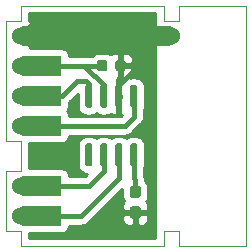
<source format=gbr>
%TF.GenerationSoftware,KiCad,Pcbnew,(5.1.9)-1*%
%TF.CreationDate,2021-05-27T15:02:39+02:00*%
%TF.ProjectId,15_XCAN,31355f58-4341-44e2-9e6b-696361645f70,rev?*%
%TF.SameCoordinates,Original*%
%TF.FileFunction,Copper,L1,Top*%
%TF.FilePolarity,Positive*%
%FSLAX46Y46*%
G04 Gerber Fmt 4.6, Leading zero omitted, Abs format (unit mm)*
G04 Created by KiCad (PCBNEW (5.1.9)-1) date 2021-05-27 15:02:39*
%MOMM*%
%LPD*%
G01*
G04 APERTURE LIST*
%TA.AperFunction,Profile*%
%ADD10C,0.050000*%
%TD*%
%TA.AperFunction,ComponentPad*%
%ADD11C,1.524000*%
%TD*%
%TA.AperFunction,ComponentPad*%
%ADD12C,0.100000*%
%TD*%
%TA.AperFunction,ViaPad*%
%ADD13C,1.000000*%
%TD*%
%TA.AperFunction,Conductor*%
%ADD14C,0.400000*%
%TD*%
%TA.AperFunction,Conductor*%
%ADD15C,0.254000*%
%TD*%
%TA.AperFunction,Conductor*%
%ADD16C,0.100000*%
%TD*%
G04 APERTURE END LIST*
D10*
X114935000Y-60960000D02*
X120650000Y-60960000D01*
X114935000Y-62230000D02*
X114935000Y-60960000D01*
X113665000Y-62230000D02*
X114935000Y-62230000D01*
X113665000Y-60960000D02*
X113665000Y-62230000D01*
X114935000Y-81280000D02*
X120650000Y-81280000D01*
X114935000Y-80010000D02*
X114935000Y-81280000D01*
X113665000Y-80010000D02*
X114935000Y-80010000D01*
X113665000Y-81280000D02*
X113665000Y-80010000D01*
X101600000Y-62230000D02*
X101600000Y-60960000D01*
X100330000Y-62230000D02*
X101600000Y-62230000D01*
X100330000Y-64770000D02*
X100330000Y-62230000D01*
X100330000Y-72390000D02*
X100330000Y-67310000D01*
X101600000Y-72390000D02*
X100330000Y-72390000D01*
X101600000Y-74930000D02*
X101600000Y-72390000D01*
X100330000Y-74930000D02*
X101600000Y-74930000D01*
X120650000Y-60960000D02*
X120650000Y-81280000D01*
X101600000Y-60960000D02*
X113665000Y-60960000D01*
X101600000Y-80010000D02*
X101600000Y-81280000D01*
X100330000Y-80010000D02*
X101600000Y-80010000D01*
X100330000Y-64770000D02*
X100330000Y-67310000D01*
X113665000Y-81280000D02*
X101600000Y-81280000D01*
X100330000Y-80010000D02*
X100330000Y-74930000D01*
D11*
%TO.P,J4,1*%
%TO.N,CAN_RX*%
X101600000Y-68580000D03*
%TA.AperFunction,ComponentPad*%
D12*
G36*
X101928132Y-69429917D02*
G01*
X101845251Y-69424703D01*
X101763275Y-69411425D01*
X101682986Y-69390212D01*
X101605149Y-69361265D01*
X101530509Y-69324861D01*
X101459778Y-69281346D01*
X101393631Y-69231138D01*
X101332698Y-69174714D01*
X101277563Y-69112613D01*
X101228750Y-69045429D01*
X101186727Y-68973802D01*
X101151894Y-68898416D01*
X101124583Y-68819990D01*
X101105056Y-68739274D01*
X101093498Y-68657038D01*
X101090021Y-68574066D01*
X101094656Y-68491151D01*
X101107361Y-68409084D01*
X101128013Y-68328648D01*
X101156416Y-68250612D01*
X101192299Y-68175719D01*
X101235318Y-68104686D01*
X101285064Y-68038190D01*
X101341061Y-67976865D01*
X101402775Y-67921297D01*
X101469617Y-67872017D01*
X101540949Y-67829495D01*
X101616090Y-67794136D01*
X101694323Y-67766278D01*
X101774901Y-67746188D01*
X101857055Y-67734057D01*
X101940000Y-67730000D01*
X104990000Y-67730000D01*
X104990000Y-69430000D01*
X101940000Y-69430000D01*
X101928132Y-69429917D01*
G37*
%TD.AperFunction*%
%TD*%
D11*
%TO.P,J1,1*%
%TO.N,GND*%
X101600000Y-63500000D03*
%TA.AperFunction,ComponentPad*%
D12*
G36*
X101928132Y-64349917D02*
G01*
X101845251Y-64344703D01*
X101763275Y-64331425D01*
X101682986Y-64310212D01*
X101605149Y-64281265D01*
X101530509Y-64244861D01*
X101459778Y-64201346D01*
X101393631Y-64151138D01*
X101332698Y-64094714D01*
X101277563Y-64032613D01*
X101228750Y-63965429D01*
X101186727Y-63893802D01*
X101151894Y-63818416D01*
X101124583Y-63739990D01*
X101105056Y-63659274D01*
X101093498Y-63577038D01*
X101090021Y-63494066D01*
X101094656Y-63411151D01*
X101107361Y-63329084D01*
X101128013Y-63248648D01*
X101156416Y-63170612D01*
X101192299Y-63095719D01*
X101235318Y-63024686D01*
X101285064Y-62958190D01*
X101341061Y-62896865D01*
X101402775Y-62841297D01*
X101469617Y-62792017D01*
X101540949Y-62749495D01*
X101616090Y-62714136D01*
X101694323Y-62686278D01*
X101774901Y-62666188D01*
X101857055Y-62654057D01*
X101940000Y-62650000D01*
X104990000Y-62650000D01*
X104990000Y-64350000D01*
X101940000Y-64350000D01*
X101928132Y-64349917D01*
G37*
%TD.AperFunction*%
%TD*%
D11*
%TO.P,J2,1*%
%TO.N,5V*%
X101600000Y-66040000D03*
%TA.AperFunction,ComponentPad*%
D12*
G36*
X101928132Y-66889917D02*
G01*
X101845251Y-66884703D01*
X101763275Y-66871425D01*
X101682986Y-66850212D01*
X101605149Y-66821265D01*
X101530509Y-66784861D01*
X101459778Y-66741346D01*
X101393631Y-66691138D01*
X101332698Y-66634714D01*
X101277563Y-66572613D01*
X101228750Y-66505429D01*
X101186727Y-66433802D01*
X101151894Y-66358416D01*
X101124583Y-66279990D01*
X101105056Y-66199274D01*
X101093498Y-66117038D01*
X101090021Y-66034066D01*
X101094656Y-65951151D01*
X101107361Y-65869084D01*
X101128013Y-65788648D01*
X101156416Y-65710612D01*
X101192299Y-65635719D01*
X101235318Y-65564686D01*
X101285064Y-65498190D01*
X101341061Y-65436865D01*
X101402775Y-65381297D01*
X101469617Y-65332017D01*
X101540949Y-65289495D01*
X101616090Y-65254136D01*
X101694323Y-65226278D01*
X101774901Y-65206188D01*
X101857055Y-65194057D01*
X101940000Y-65190000D01*
X104990000Y-65190000D01*
X104990000Y-66890000D01*
X101940000Y-66890000D01*
X101928132Y-66889917D01*
G37*
%TD.AperFunction*%
%TD*%
D11*
%TO.P,J3,1*%
%TO.N,CAN_TX*%
X101600000Y-71120000D03*
%TA.AperFunction,ComponentPad*%
D12*
G36*
X101928132Y-71969917D02*
G01*
X101845251Y-71964703D01*
X101763275Y-71951425D01*
X101682986Y-71930212D01*
X101605149Y-71901265D01*
X101530509Y-71864861D01*
X101459778Y-71821346D01*
X101393631Y-71771138D01*
X101332698Y-71714714D01*
X101277563Y-71652613D01*
X101228750Y-71585429D01*
X101186727Y-71513802D01*
X101151894Y-71438416D01*
X101124583Y-71359990D01*
X101105056Y-71279274D01*
X101093498Y-71197038D01*
X101090021Y-71114066D01*
X101094656Y-71031151D01*
X101107361Y-70949084D01*
X101128013Y-70868648D01*
X101156416Y-70790612D01*
X101192299Y-70715719D01*
X101235318Y-70644686D01*
X101285064Y-70578190D01*
X101341061Y-70516865D01*
X101402775Y-70461297D01*
X101469617Y-70412017D01*
X101540949Y-70369495D01*
X101616090Y-70334136D01*
X101694323Y-70306278D01*
X101774901Y-70286188D01*
X101857055Y-70274057D01*
X101940000Y-70270000D01*
X104990000Y-70270000D01*
X104990000Y-71970000D01*
X101940000Y-71970000D01*
X101928132Y-71969917D01*
G37*
%TD.AperFunction*%
%TD*%
%TO.P,R1,2*%
%TO.N,Net-(R1-Pad2)*%
%TA.AperFunction,SMDPad,CuDef*%
G36*
G01*
X111489500Y-77247000D02*
X111014500Y-77247000D01*
G75*
G02*
X110777000Y-77009500I0J237500D01*
G01*
X110777000Y-76434500D01*
G75*
G02*
X111014500Y-76197000I237500J0D01*
G01*
X111489500Y-76197000D01*
G75*
G02*
X111727000Y-76434500I0J-237500D01*
G01*
X111727000Y-77009500D01*
G75*
G02*
X111489500Y-77247000I-237500J0D01*
G01*
G37*
%TD.AperFunction*%
%TO.P,R1,1*%
%TO.N,GND*%
%TA.AperFunction,SMDPad,CuDef*%
G36*
G01*
X111489500Y-78997000D02*
X111014500Y-78997000D01*
G75*
G02*
X110777000Y-78759500I0J237500D01*
G01*
X110777000Y-78184500D01*
G75*
G02*
X111014500Y-77947000I237500J0D01*
G01*
X111489500Y-77947000D01*
G75*
G02*
X111727000Y-78184500I0J-237500D01*
G01*
X111727000Y-78759500D01*
G75*
G02*
X111489500Y-78997000I-237500J0D01*
G01*
G37*
%TD.AperFunction*%
%TD*%
D11*
%TO.P,J5,1*%
%TO.N,CAN_H*%
X101600000Y-78740000D03*
%TA.AperFunction,ComponentPad*%
D12*
G36*
X101928132Y-79589917D02*
G01*
X101845251Y-79584703D01*
X101763275Y-79571425D01*
X101682986Y-79550212D01*
X101605149Y-79521265D01*
X101530509Y-79484861D01*
X101459778Y-79441346D01*
X101393631Y-79391138D01*
X101332698Y-79334714D01*
X101277563Y-79272613D01*
X101228750Y-79205429D01*
X101186727Y-79133802D01*
X101151894Y-79058416D01*
X101124583Y-78979990D01*
X101105056Y-78899274D01*
X101093498Y-78817038D01*
X101090021Y-78734066D01*
X101094656Y-78651151D01*
X101107361Y-78569084D01*
X101128013Y-78488648D01*
X101156416Y-78410612D01*
X101192299Y-78335719D01*
X101235318Y-78264686D01*
X101285064Y-78198190D01*
X101341061Y-78136865D01*
X101402775Y-78081297D01*
X101469617Y-78032017D01*
X101540949Y-77989495D01*
X101616090Y-77954136D01*
X101694323Y-77926278D01*
X101774901Y-77906188D01*
X101857055Y-77894057D01*
X101940000Y-77890000D01*
X104990000Y-77890000D01*
X104990000Y-79590000D01*
X101940000Y-79590000D01*
X101928132Y-79589917D01*
G37*
%TD.AperFunction*%
%TD*%
%TO.P,C1,2*%
%TO.N,GND*%
%TA.AperFunction,SMDPad,CuDef*%
G36*
G01*
X109545000Y-66290000D02*
X109545000Y-65790000D01*
G75*
G02*
X109770000Y-65565000I225000J0D01*
G01*
X110220000Y-65565000D01*
G75*
G02*
X110445000Y-65790000I0J-225000D01*
G01*
X110445000Y-66290000D01*
G75*
G02*
X110220000Y-66515000I-225000J0D01*
G01*
X109770000Y-66515000D01*
G75*
G02*
X109545000Y-66290000I0J225000D01*
G01*
G37*
%TD.AperFunction*%
%TO.P,C1,1*%
%TO.N,5V*%
%TA.AperFunction,SMDPad,CuDef*%
G36*
G01*
X107995000Y-66290000D02*
X107995000Y-65790000D01*
G75*
G02*
X108220000Y-65565000I225000J0D01*
G01*
X108670000Y-65565000D01*
G75*
G02*
X108895000Y-65790000I0J-225000D01*
G01*
X108895000Y-66290000D01*
G75*
G02*
X108670000Y-66515000I-225000J0D01*
G01*
X108220000Y-66515000D01*
G75*
G02*
X107995000Y-66290000I0J225000D01*
G01*
G37*
%TD.AperFunction*%
%TD*%
D11*
%TO.P,J6,1*%
%TO.N,CAN_L*%
X101600000Y-76200000D03*
%TA.AperFunction,ComponentPad*%
D12*
G36*
X101928132Y-77049917D02*
G01*
X101845251Y-77044703D01*
X101763275Y-77031425D01*
X101682986Y-77010212D01*
X101605149Y-76981265D01*
X101530509Y-76944861D01*
X101459778Y-76901346D01*
X101393631Y-76851138D01*
X101332698Y-76794714D01*
X101277563Y-76732613D01*
X101228750Y-76665429D01*
X101186727Y-76593802D01*
X101151894Y-76518416D01*
X101124583Y-76439990D01*
X101105056Y-76359274D01*
X101093498Y-76277038D01*
X101090021Y-76194066D01*
X101094656Y-76111151D01*
X101107361Y-76029084D01*
X101128013Y-75948648D01*
X101156416Y-75870612D01*
X101192299Y-75795719D01*
X101235318Y-75724686D01*
X101285064Y-75658190D01*
X101341061Y-75596865D01*
X101402775Y-75541297D01*
X101469617Y-75492017D01*
X101540949Y-75449495D01*
X101616090Y-75414136D01*
X101694323Y-75386278D01*
X101774901Y-75366188D01*
X101857055Y-75354057D01*
X101940000Y-75350000D01*
X104990000Y-75350000D01*
X104990000Y-77050000D01*
X101940000Y-77050000D01*
X101928132Y-77049917D01*
G37*
%TD.AperFunction*%
%TD*%
%TO.P,U1,8*%
%TO.N,Net-(R1-Pad2)*%
%TA.AperFunction,SMDPad,CuDef*%
G36*
G01*
X110975000Y-72620000D02*
X111275000Y-72620000D01*
G75*
G02*
X111425000Y-72770000I0J-150000D01*
G01*
X111425000Y-74420000D01*
G75*
G02*
X111275000Y-74570000I-150000J0D01*
G01*
X110975000Y-74570000D01*
G75*
G02*
X110825000Y-74420000I0J150000D01*
G01*
X110825000Y-72770000D01*
G75*
G02*
X110975000Y-72620000I150000J0D01*
G01*
G37*
%TD.AperFunction*%
%TO.P,U1,7*%
%TO.N,CAN_H*%
%TA.AperFunction,SMDPad,CuDef*%
G36*
G01*
X109705000Y-72620000D02*
X110005000Y-72620000D01*
G75*
G02*
X110155000Y-72770000I0J-150000D01*
G01*
X110155000Y-74420000D01*
G75*
G02*
X110005000Y-74570000I-150000J0D01*
G01*
X109705000Y-74570000D01*
G75*
G02*
X109555000Y-74420000I0J150000D01*
G01*
X109555000Y-72770000D01*
G75*
G02*
X109705000Y-72620000I150000J0D01*
G01*
G37*
%TD.AperFunction*%
%TO.P,U1,6*%
%TO.N,CAN_L*%
%TA.AperFunction,SMDPad,CuDef*%
G36*
G01*
X108435000Y-72620000D02*
X108735000Y-72620000D01*
G75*
G02*
X108885000Y-72770000I0J-150000D01*
G01*
X108885000Y-74420000D01*
G75*
G02*
X108735000Y-74570000I-150000J0D01*
G01*
X108435000Y-74570000D01*
G75*
G02*
X108285000Y-74420000I0J150000D01*
G01*
X108285000Y-72770000D01*
G75*
G02*
X108435000Y-72620000I150000J0D01*
G01*
G37*
%TD.AperFunction*%
%TO.P,U1,5*%
%TO.N,Net-(U1-Pad5)*%
%TA.AperFunction,SMDPad,CuDef*%
G36*
G01*
X107165000Y-72620000D02*
X107465000Y-72620000D01*
G75*
G02*
X107615000Y-72770000I0J-150000D01*
G01*
X107615000Y-74420000D01*
G75*
G02*
X107465000Y-74570000I-150000J0D01*
G01*
X107165000Y-74570000D01*
G75*
G02*
X107015000Y-74420000I0J150000D01*
G01*
X107015000Y-72770000D01*
G75*
G02*
X107165000Y-72620000I150000J0D01*
G01*
G37*
%TD.AperFunction*%
%TO.P,U1,4*%
%TO.N,CAN_RX*%
%TA.AperFunction,SMDPad,CuDef*%
G36*
G01*
X107165000Y-67670000D02*
X107465000Y-67670000D01*
G75*
G02*
X107615000Y-67820000I0J-150000D01*
G01*
X107615000Y-69470000D01*
G75*
G02*
X107465000Y-69620000I-150000J0D01*
G01*
X107165000Y-69620000D01*
G75*
G02*
X107015000Y-69470000I0J150000D01*
G01*
X107015000Y-67820000D01*
G75*
G02*
X107165000Y-67670000I150000J0D01*
G01*
G37*
%TD.AperFunction*%
%TO.P,U1,3*%
%TO.N,5V*%
%TA.AperFunction,SMDPad,CuDef*%
G36*
G01*
X108435000Y-67670000D02*
X108735000Y-67670000D01*
G75*
G02*
X108885000Y-67820000I0J-150000D01*
G01*
X108885000Y-69470000D01*
G75*
G02*
X108735000Y-69620000I-150000J0D01*
G01*
X108435000Y-69620000D01*
G75*
G02*
X108285000Y-69470000I0J150000D01*
G01*
X108285000Y-67820000D01*
G75*
G02*
X108435000Y-67670000I150000J0D01*
G01*
G37*
%TD.AperFunction*%
%TO.P,U1,2*%
%TO.N,GND*%
%TA.AperFunction,SMDPad,CuDef*%
G36*
G01*
X109705000Y-67670000D02*
X110005000Y-67670000D01*
G75*
G02*
X110155000Y-67820000I0J-150000D01*
G01*
X110155000Y-69470000D01*
G75*
G02*
X110005000Y-69620000I-150000J0D01*
G01*
X109705000Y-69620000D01*
G75*
G02*
X109555000Y-69470000I0J150000D01*
G01*
X109555000Y-67820000D01*
G75*
G02*
X109705000Y-67670000I150000J0D01*
G01*
G37*
%TD.AperFunction*%
%TO.P,U1,1*%
%TO.N,CAN_TX*%
%TA.AperFunction,SMDPad,CuDef*%
G36*
G01*
X110975000Y-67670000D02*
X111275000Y-67670000D01*
G75*
G02*
X111425000Y-67820000I0J-150000D01*
G01*
X111425000Y-69470000D01*
G75*
G02*
X111275000Y-69620000I-150000J0D01*
G01*
X110975000Y-69620000D01*
G75*
G02*
X110825000Y-69470000I0J150000D01*
G01*
X110825000Y-67820000D01*
G75*
G02*
X110975000Y-67670000I150000J0D01*
G01*
G37*
%TD.AperFunction*%
%TD*%
D11*
%TO.P,J7,1*%
%TO.N,GND*%
X114300000Y-63500000D03*
%TA.AperFunction,ComponentPad*%
D12*
G36*
X113971868Y-62650083D02*
G01*
X114054749Y-62655297D01*
X114136725Y-62668575D01*
X114217014Y-62689788D01*
X114294851Y-62718735D01*
X114369491Y-62755139D01*
X114440222Y-62798654D01*
X114506369Y-62848862D01*
X114567302Y-62905286D01*
X114622437Y-62967387D01*
X114671250Y-63034571D01*
X114713273Y-63106198D01*
X114748106Y-63181584D01*
X114775417Y-63260010D01*
X114794944Y-63340726D01*
X114806502Y-63422962D01*
X114809979Y-63505934D01*
X114805344Y-63588849D01*
X114792639Y-63670916D01*
X114771987Y-63751352D01*
X114743584Y-63829388D01*
X114707701Y-63904281D01*
X114664682Y-63975314D01*
X114614936Y-64041810D01*
X114558939Y-64103135D01*
X114497225Y-64158703D01*
X114430383Y-64207983D01*
X114359051Y-64250505D01*
X114283910Y-64285864D01*
X114205677Y-64313722D01*
X114125099Y-64333812D01*
X114042945Y-64345943D01*
X113960000Y-64350000D01*
X110910000Y-64350000D01*
X110910000Y-62650000D01*
X113960000Y-62650000D01*
X113971868Y-62650083D01*
G37*
%TD.AperFunction*%
%TD*%
D13*
%TO.N,GND*%
X106680000Y-62230000D03*
X109220000Y-62230000D03*
X106680000Y-80010000D03*
X109220000Y-80010000D03*
X111760000Y-80010000D03*
%TD*%
D14*
%TO.N,GND*%
X104140000Y-63500000D02*
X109855000Y-63500000D01*
X109855000Y-63500000D02*
X111125000Y-64770000D01*
X111125000Y-64770000D02*
X111125000Y-65913000D01*
X110998000Y-66040000D02*
X109995000Y-66040000D01*
X111125000Y-65913000D02*
X110998000Y-66040000D01*
X111125000Y-66421000D02*
X111125000Y-65913000D01*
X109855000Y-67691000D02*
X111125000Y-66421000D01*
X109855000Y-68645000D02*
X109855000Y-67691000D01*
X111252000Y-79502000D02*
X111760000Y-80010000D01*
X111252000Y-78472000D02*
X111252000Y-79502000D01*
X106680000Y-80010000D02*
X109220000Y-80010000D01*
X109220000Y-80010000D02*
X111760000Y-80010000D01*
X106680000Y-62230000D02*
X109220000Y-62230000D01*
X109220000Y-62230000D02*
X109220000Y-63500000D01*
X111760000Y-63500000D02*
X109220000Y-63500000D01*
%TO.N,5V*%
X107569000Y-66040000D02*
X108445000Y-66040000D01*
X106934000Y-66040000D02*
X107569000Y-66040000D01*
X104140000Y-66040000D02*
X106934000Y-66040000D01*
X108585000Y-67691000D02*
X106934000Y-66040000D01*
X108585000Y-68645000D02*
X108585000Y-67691000D01*
%TO.N,CAN_TX*%
X104140000Y-71120000D02*
X110363000Y-71120000D01*
X111125000Y-70358000D02*
X111125000Y-68645000D01*
X110363000Y-71120000D02*
X111125000Y-70358000D01*
%TO.N,CAN_RX*%
X107315000Y-68645000D02*
X107315000Y-67564000D01*
X107315000Y-67564000D02*
X107061000Y-67310000D01*
X107061000Y-67310000D02*
X106299000Y-67310000D01*
X105029000Y-68580000D02*
X104140000Y-68580000D01*
X106299000Y-67310000D02*
X105029000Y-68580000D01*
%TO.N,CAN_H*%
X109855000Y-73595000D02*
X109855000Y-75184000D01*
X106299000Y-78740000D02*
X105410000Y-78740000D01*
X105410000Y-78740000D02*
X104140000Y-78740000D01*
X109855000Y-75565000D02*
X106680000Y-78740000D01*
X109855000Y-73595000D02*
X109855000Y-75565000D01*
X105410000Y-78740000D02*
X106680000Y-78740000D01*
%TO.N,CAN_L*%
X108585000Y-73595000D02*
X108585000Y-74930000D01*
X107315000Y-76200000D02*
X104140000Y-76200000D01*
X108585000Y-74930000D02*
X107315000Y-76200000D01*
%TO.N,Net-(R1-Pad2)*%
X111125000Y-73595000D02*
X111125000Y-75565000D01*
X111252000Y-75692000D02*
X111252000Y-76722000D01*
X111125000Y-75565000D02*
X111252000Y-75692000D01*
%TD*%
D15*
%TO.N,GND*%
X112903000Y-63467286D02*
X112898090Y-63572017D01*
X112903000Y-63604614D01*
X112903000Y-80620000D01*
X102260000Y-80620000D01*
X102260000Y-80228072D01*
X104990000Y-80228072D01*
X105114482Y-80215812D01*
X105234180Y-80179502D01*
X105344494Y-80120537D01*
X105441185Y-80041185D01*
X105520537Y-79944494D01*
X105579502Y-79834180D01*
X105615812Y-79714482D01*
X105628072Y-79590000D01*
X105628072Y-79575000D01*
X106638982Y-79575000D01*
X106680000Y-79579040D01*
X106721018Y-79575000D01*
X106721019Y-79575000D01*
X106843689Y-79562918D01*
X107001087Y-79515172D01*
X107146146Y-79437636D01*
X107273291Y-79333291D01*
X107299446Y-79301421D01*
X107603867Y-78997000D01*
X110138928Y-78997000D01*
X110151188Y-79121482D01*
X110187498Y-79241180D01*
X110246463Y-79351494D01*
X110325815Y-79448185D01*
X110422506Y-79527537D01*
X110532820Y-79586502D01*
X110652518Y-79622812D01*
X110777000Y-79635072D01*
X110966250Y-79632000D01*
X111125000Y-79473250D01*
X111125000Y-78599000D01*
X111379000Y-78599000D01*
X111379000Y-79473250D01*
X111537750Y-79632000D01*
X111727000Y-79635072D01*
X111851482Y-79622812D01*
X111971180Y-79586502D01*
X112081494Y-79527537D01*
X112178185Y-79448185D01*
X112257537Y-79351494D01*
X112316502Y-79241180D01*
X112352812Y-79121482D01*
X112365072Y-78997000D01*
X112362000Y-78757750D01*
X112203250Y-78599000D01*
X111379000Y-78599000D01*
X111125000Y-78599000D01*
X110300750Y-78599000D01*
X110142000Y-78757750D01*
X110138928Y-78997000D01*
X107603867Y-78997000D01*
X110138928Y-76461940D01*
X110138928Y-77009500D01*
X110155752Y-77180316D01*
X110205577Y-77344567D01*
X110286488Y-77495942D01*
X110306099Y-77519839D01*
X110246463Y-77592506D01*
X110187498Y-77702820D01*
X110151188Y-77822518D01*
X110138928Y-77947000D01*
X110142000Y-78186250D01*
X110300750Y-78345000D01*
X111125000Y-78345000D01*
X111125000Y-78325000D01*
X111379000Y-78325000D01*
X111379000Y-78345000D01*
X112203250Y-78345000D01*
X112362000Y-78186250D01*
X112365072Y-77947000D01*
X112352812Y-77822518D01*
X112316502Y-77702820D01*
X112257537Y-77592506D01*
X112197901Y-77519839D01*
X112217512Y-77495942D01*
X112298423Y-77344567D01*
X112348248Y-77180316D01*
X112365072Y-77009500D01*
X112365072Y-76434500D01*
X112348248Y-76263684D01*
X112298423Y-76099433D01*
X112217512Y-75948058D01*
X112108623Y-75815377D01*
X112087000Y-75797631D01*
X112087000Y-75733018D01*
X112091040Y-75691999D01*
X112078532Y-75565000D01*
X112074918Y-75528311D01*
X112027172Y-75370913D01*
X111960000Y-75245244D01*
X111960000Y-74802186D01*
X112003084Y-74721582D01*
X112047929Y-74573745D01*
X112063072Y-74420000D01*
X112063072Y-72770000D01*
X112047929Y-72616255D01*
X112003084Y-72468418D01*
X111930258Y-72332171D01*
X111832251Y-72212749D01*
X111712829Y-72114742D01*
X111576582Y-72041916D01*
X111428745Y-71997071D01*
X111275000Y-71981928D01*
X110975000Y-71981928D01*
X110821255Y-71997071D01*
X110673418Y-72041916D01*
X110537171Y-72114742D01*
X110490000Y-72153454D01*
X110442829Y-72114742D01*
X110306582Y-72041916D01*
X110158745Y-71997071D01*
X110005000Y-71981928D01*
X109705000Y-71981928D01*
X109551255Y-71997071D01*
X109403418Y-72041916D01*
X109267171Y-72114742D01*
X109220000Y-72153454D01*
X109172829Y-72114742D01*
X109036582Y-72041916D01*
X108888745Y-71997071D01*
X108735000Y-71981928D01*
X108435000Y-71981928D01*
X108281255Y-71997071D01*
X108133418Y-72041916D01*
X107997171Y-72114742D01*
X107950000Y-72153454D01*
X107902829Y-72114742D01*
X107766582Y-72041916D01*
X107618745Y-71997071D01*
X107465000Y-71981928D01*
X107165000Y-71981928D01*
X107011255Y-71997071D01*
X106863418Y-72041916D01*
X106727171Y-72114742D01*
X106607749Y-72212749D01*
X106509742Y-72332171D01*
X106436916Y-72468418D01*
X106392071Y-72616255D01*
X106376928Y-72770000D01*
X106376928Y-74420000D01*
X106392071Y-74573745D01*
X106436916Y-74721582D01*
X106509742Y-74857829D01*
X106607749Y-74977251D01*
X106727171Y-75075258D01*
X106863418Y-75148084D01*
X107011255Y-75192929D01*
X107129552Y-75204581D01*
X106969133Y-75365000D01*
X105628072Y-75365000D01*
X105628072Y-75350000D01*
X105615812Y-75225518D01*
X105579502Y-75105820D01*
X105520537Y-74995506D01*
X105441185Y-74898815D01*
X105344494Y-74819463D01*
X105234180Y-74760498D01*
X105114482Y-74724188D01*
X104990000Y-74711928D01*
X102260000Y-74711928D01*
X102260000Y-72608072D01*
X104990000Y-72608072D01*
X105114482Y-72595812D01*
X105234180Y-72559502D01*
X105344494Y-72500537D01*
X105441185Y-72421185D01*
X105520537Y-72324494D01*
X105579502Y-72214180D01*
X105615812Y-72094482D01*
X105628072Y-71970000D01*
X105628072Y-71955000D01*
X110321982Y-71955000D01*
X110363000Y-71959040D01*
X110404018Y-71955000D01*
X110404019Y-71955000D01*
X110526689Y-71942918D01*
X110684087Y-71895172D01*
X110829146Y-71817636D01*
X110956291Y-71713291D01*
X110982445Y-71681422D01*
X111686433Y-70977436D01*
X111718291Y-70951291D01*
X111822636Y-70824146D01*
X111900172Y-70679087D01*
X111947918Y-70521689D01*
X111960000Y-70399019D01*
X111960000Y-70399018D01*
X111964040Y-70358000D01*
X111960000Y-70316982D01*
X111960000Y-69852186D01*
X112003084Y-69771582D01*
X112047929Y-69623745D01*
X112063072Y-69470000D01*
X112063072Y-67820000D01*
X112047929Y-67666255D01*
X112003084Y-67518418D01*
X111930258Y-67382171D01*
X111832251Y-67262749D01*
X111712829Y-67164742D01*
X111576582Y-67091916D01*
X111428745Y-67047071D01*
X111275000Y-67031928D01*
X110975000Y-67031928D01*
X110821255Y-67047071D01*
X110764305Y-67064346D01*
X110799494Y-67045537D01*
X110896185Y-66966185D01*
X110975537Y-66869494D01*
X111034502Y-66759180D01*
X111070812Y-66639482D01*
X111083072Y-66515000D01*
X111080000Y-66325750D01*
X110921250Y-66167000D01*
X110122000Y-66167000D01*
X110122000Y-66991250D01*
X110163517Y-67032767D01*
X110155000Y-67031928D01*
X110140750Y-67035000D01*
X109982000Y-67193750D01*
X109982000Y-68518000D01*
X110002000Y-68518000D01*
X110002000Y-68772000D01*
X109982000Y-68772000D01*
X109982000Y-70096250D01*
X110093941Y-70208191D01*
X110017132Y-70285000D01*
X105628072Y-70285000D01*
X105628072Y-70270000D01*
X105615812Y-70145518D01*
X105579502Y-70025820D01*
X105520537Y-69915506D01*
X105466778Y-69850000D01*
X105520537Y-69784494D01*
X105579502Y-69674180D01*
X105615812Y-69554482D01*
X105628072Y-69430000D01*
X105628072Y-69166247D01*
X105648446Y-69141421D01*
X106376928Y-68412940D01*
X106376928Y-69470000D01*
X106392071Y-69623745D01*
X106436916Y-69771582D01*
X106509742Y-69907829D01*
X106607749Y-70027251D01*
X106727171Y-70125258D01*
X106863418Y-70198084D01*
X107011255Y-70242929D01*
X107165000Y-70258072D01*
X107465000Y-70258072D01*
X107618745Y-70242929D01*
X107766582Y-70198084D01*
X107902829Y-70125258D01*
X107950000Y-70086546D01*
X107997171Y-70125258D01*
X108133418Y-70198084D01*
X108281255Y-70242929D01*
X108435000Y-70258072D01*
X108735000Y-70258072D01*
X108888745Y-70242929D01*
X109036582Y-70198084D01*
X109170936Y-70126270D01*
X109200506Y-70150537D01*
X109310820Y-70209502D01*
X109430518Y-70245812D01*
X109555000Y-70258072D01*
X109569250Y-70255000D01*
X109728000Y-70096250D01*
X109728000Y-68772000D01*
X109708000Y-68772000D01*
X109708000Y-68518000D01*
X109728000Y-68518000D01*
X109728000Y-67193750D01*
X109684709Y-67150459D01*
X109709250Y-67150000D01*
X109868000Y-66991250D01*
X109868000Y-66167000D01*
X109848000Y-66167000D01*
X109848000Y-65913000D01*
X109868000Y-65913000D01*
X109868000Y-65088750D01*
X110122000Y-65088750D01*
X110122000Y-65913000D01*
X110921250Y-65913000D01*
X111080000Y-65754250D01*
X111083072Y-65565000D01*
X111070812Y-65440518D01*
X111034502Y-65320820D01*
X110975537Y-65210506D01*
X110896185Y-65113815D01*
X110799494Y-65034463D01*
X110689180Y-64975498D01*
X110569482Y-64939188D01*
X110445000Y-64926928D01*
X110280750Y-64930000D01*
X110122000Y-65088750D01*
X109868000Y-65088750D01*
X109709250Y-64930000D01*
X109545000Y-64926928D01*
X109420518Y-64939188D01*
X109300820Y-64975498D01*
X109190506Y-65034463D01*
X109146351Y-65070700D01*
X109000283Y-64992625D01*
X108838377Y-64943512D01*
X108670000Y-64926928D01*
X108220000Y-64926928D01*
X108051623Y-64943512D01*
X107889717Y-64992625D01*
X107740503Y-65072382D01*
X107609716Y-65179716D01*
X107588966Y-65205000D01*
X106975018Y-65205000D01*
X106934000Y-65200960D01*
X106892982Y-65205000D01*
X105628072Y-65205000D01*
X105628072Y-65190000D01*
X105615812Y-65065518D01*
X105579502Y-64945820D01*
X105520537Y-64835506D01*
X105441185Y-64738815D01*
X105344494Y-64659463D01*
X105234180Y-64600498D01*
X105114482Y-64564188D01*
X104990000Y-64551928D01*
X102361867Y-64551928D01*
X102385960Y-64465565D01*
X101600000Y-63679605D01*
X101585858Y-63693748D01*
X101406253Y-63514143D01*
X101420395Y-63500000D01*
X101779605Y-63500000D01*
X102565565Y-64285960D01*
X102805656Y-64218980D01*
X102922756Y-63969952D01*
X102989023Y-63702865D01*
X103001910Y-63427983D01*
X102960922Y-63155867D01*
X102867636Y-62896977D01*
X102805656Y-62781020D01*
X102565565Y-62714040D01*
X101779605Y-63500000D01*
X101420395Y-63500000D01*
X101406253Y-63485858D01*
X101585858Y-63306253D01*
X101600000Y-63320395D01*
X102385960Y-62534435D01*
X102318980Y-62294344D01*
X102259606Y-62266424D01*
X102263193Y-62230000D01*
X102260000Y-62197581D01*
X102260000Y-61620000D01*
X112903000Y-61620000D01*
X112903000Y-63467286D01*
%TA.AperFunction,Conductor*%
D16*
G36*
X112903000Y-63467286D02*
G01*
X112898090Y-63572017D01*
X112903000Y-63604614D01*
X112903000Y-80620000D01*
X102260000Y-80620000D01*
X102260000Y-80228072D01*
X104990000Y-80228072D01*
X105114482Y-80215812D01*
X105234180Y-80179502D01*
X105344494Y-80120537D01*
X105441185Y-80041185D01*
X105520537Y-79944494D01*
X105579502Y-79834180D01*
X105615812Y-79714482D01*
X105628072Y-79590000D01*
X105628072Y-79575000D01*
X106638982Y-79575000D01*
X106680000Y-79579040D01*
X106721018Y-79575000D01*
X106721019Y-79575000D01*
X106843689Y-79562918D01*
X107001087Y-79515172D01*
X107146146Y-79437636D01*
X107273291Y-79333291D01*
X107299446Y-79301421D01*
X107603867Y-78997000D01*
X110138928Y-78997000D01*
X110151188Y-79121482D01*
X110187498Y-79241180D01*
X110246463Y-79351494D01*
X110325815Y-79448185D01*
X110422506Y-79527537D01*
X110532820Y-79586502D01*
X110652518Y-79622812D01*
X110777000Y-79635072D01*
X110966250Y-79632000D01*
X111125000Y-79473250D01*
X111125000Y-78599000D01*
X111379000Y-78599000D01*
X111379000Y-79473250D01*
X111537750Y-79632000D01*
X111727000Y-79635072D01*
X111851482Y-79622812D01*
X111971180Y-79586502D01*
X112081494Y-79527537D01*
X112178185Y-79448185D01*
X112257537Y-79351494D01*
X112316502Y-79241180D01*
X112352812Y-79121482D01*
X112365072Y-78997000D01*
X112362000Y-78757750D01*
X112203250Y-78599000D01*
X111379000Y-78599000D01*
X111125000Y-78599000D01*
X110300750Y-78599000D01*
X110142000Y-78757750D01*
X110138928Y-78997000D01*
X107603867Y-78997000D01*
X110138928Y-76461940D01*
X110138928Y-77009500D01*
X110155752Y-77180316D01*
X110205577Y-77344567D01*
X110286488Y-77495942D01*
X110306099Y-77519839D01*
X110246463Y-77592506D01*
X110187498Y-77702820D01*
X110151188Y-77822518D01*
X110138928Y-77947000D01*
X110142000Y-78186250D01*
X110300750Y-78345000D01*
X111125000Y-78345000D01*
X111125000Y-78325000D01*
X111379000Y-78325000D01*
X111379000Y-78345000D01*
X112203250Y-78345000D01*
X112362000Y-78186250D01*
X112365072Y-77947000D01*
X112352812Y-77822518D01*
X112316502Y-77702820D01*
X112257537Y-77592506D01*
X112197901Y-77519839D01*
X112217512Y-77495942D01*
X112298423Y-77344567D01*
X112348248Y-77180316D01*
X112365072Y-77009500D01*
X112365072Y-76434500D01*
X112348248Y-76263684D01*
X112298423Y-76099433D01*
X112217512Y-75948058D01*
X112108623Y-75815377D01*
X112087000Y-75797631D01*
X112087000Y-75733018D01*
X112091040Y-75691999D01*
X112078532Y-75565000D01*
X112074918Y-75528311D01*
X112027172Y-75370913D01*
X111960000Y-75245244D01*
X111960000Y-74802186D01*
X112003084Y-74721582D01*
X112047929Y-74573745D01*
X112063072Y-74420000D01*
X112063072Y-72770000D01*
X112047929Y-72616255D01*
X112003084Y-72468418D01*
X111930258Y-72332171D01*
X111832251Y-72212749D01*
X111712829Y-72114742D01*
X111576582Y-72041916D01*
X111428745Y-71997071D01*
X111275000Y-71981928D01*
X110975000Y-71981928D01*
X110821255Y-71997071D01*
X110673418Y-72041916D01*
X110537171Y-72114742D01*
X110490000Y-72153454D01*
X110442829Y-72114742D01*
X110306582Y-72041916D01*
X110158745Y-71997071D01*
X110005000Y-71981928D01*
X109705000Y-71981928D01*
X109551255Y-71997071D01*
X109403418Y-72041916D01*
X109267171Y-72114742D01*
X109220000Y-72153454D01*
X109172829Y-72114742D01*
X109036582Y-72041916D01*
X108888745Y-71997071D01*
X108735000Y-71981928D01*
X108435000Y-71981928D01*
X108281255Y-71997071D01*
X108133418Y-72041916D01*
X107997171Y-72114742D01*
X107950000Y-72153454D01*
X107902829Y-72114742D01*
X107766582Y-72041916D01*
X107618745Y-71997071D01*
X107465000Y-71981928D01*
X107165000Y-71981928D01*
X107011255Y-71997071D01*
X106863418Y-72041916D01*
X106727171Y-72114742D01*
X106607749Y-72212749D01*
X106509742Y-72332171D01*
X106436916Y-72468418D01*
X106392071Y-72616255D01*
X106376928Y-72770000D01*
X106376928Y-74420000D01*
X106392071Y-74573745D01*
X106436916Y-74721582D01*
X106509742Y-74857829D01*
X106607749Y-74977251D01*
X106727171Y-75075258D01*
X106863418Y-75148084D01*
X107011255Y-75192929D01*
X107129552Y-75204581D01*
X106969133Y-75365000D01*
X105628072Y-75365000D01*
X105628072Y-75350000D01*
X105615812Y-75225518D01*
X105579502Y-75105820D01*
X105520537Y-74995506D01*
X105441185Y-74898815D01*
X105344494Y-74819463D01*
X105234180Y-74760498D01*
X105114482Y-74724188D01*
X104990000Y-74711928D01*
X102260000Y-74711928D01*
X102260000Y-72608072D01*
X104990000Y-72608072D01*
X105114482Y-72595812D01*
X105234180Y-72559502D01*
X105344494Y-72500537D01*
X105441185Y-72421185D01*
X105520537Y-72324494D01*
X105579502Y-72214180D01*
X105615812Y-72094482D01*
X105628072Y-71970000D01*
X105628072Y-71955000D01*
X110321982Y-71955000D01*
X110363000Y-71959040D01*
X110404018Y-71955000D01*
X110404019Y-71955000D01*
X110526689Y-71942918D01*
X110684087Y-71895172D01*
X110829146Y-71817636D01*
X110956291Y-71713291D01*
X110982445Y-71681422D01*
X111686433Y-70977436D01*
X111718291Y-70951291D01*
X111822636Y-70824146D01*
X111900172Y-70679087D01*
X111947918Y-70521689D01*
X111960000Y-70399019D01*
X111960000Y-70399018D01*
X111964040Y-70358000D01*
X111960000Y-70316982D01*
X111960000Y-69852186D01*
X112003084Y-69771582D01*
X112047929Y-69623745D01*
X112063072Y-69470000D01*
X112063072Y-67820000D01*
X112047929Y-67666255D01*
X112003084Y-67518418D01*
X111930258Y-67382171D01*
X111832251Y-67262749D01*
X111712829Y-67164742D01*
X111576582Y-67091916D01*
X111428745Y-67047071D01*
X111275000Y-67031928D01*
X110975000Y-67031928D01*
X110821255Y-67047071D01*
X110764305Y-67064346D01*
X110799494Y-67045537D01*
X110896185Y-66966185D01*
X110975537Y-66869494D01*
X111034502Y-66759180D01*
X111070812Y-66639482D01*
X111083072Y-66515000D01*
X111080000Y-66325750D01*
X110921250Y-66167000D01*
X110122000Y-66167000D01*
X110122000Y-66991250D01*
X110163517Y-67032767D01*
X110155000Y-67031928D01*
X110140750Y-67035000D01*
X109982000Y-67193750D01*
X109982000Y-68518000D01*
X110002000Y-68518000D01*
X110002000Y-68772000D01*
X109982000Y-68772000D01*
X109982000Y-70096250D01*
X110093941Y-70208191D01*
X110017132Y-70285000D01*
X105628072Y-70285000D01*
X105628072Y-70270000D01*
X105615812Y-70145518D01*
X105579502Y-70025820D01*
X105520537Y-69915506D01*
X105466778Y-69850000D01*
X105520537Y-69784494D01*
X105579502Y-69674180D01*
X105615812Y-69554482D01*
X105628072Y-69430000D01*
X105628072Y-69166247D01*
X105648446Y-69141421D01*
X106376928Y-68412940D01*
X106376928Y-69470000D01*
X106392071Y-69623745D01*
X106436916Y-69771582D01*
X106509742Y-69907829D01*
X106607749Y-70027251D01*
X106727171Y-70125258D01*
X106863418Y-70198084D01*
X107011255Y-70242929D01*
X107165000Y-70258072D01*
X107465000Y-70258072D01*
X107618745Y-70242929D01*
X107766582Y-70198084D01*
X107902829Y-70125258D01*
X107950000Y-70086546D01*
X107997171Y-70125258D01*
X108133418Y-70198084D01*
X108281255Y-70242929D01*
X108435000Y-70258072D01*
X108735000Y-70258072D01*
X108888745Y-70242929D01*
X109036582Y-70198084D01*
X109170936Y-70126270D01*
X109200506Y-70150537D01*
X109310820Y-70209502D01*
X109430518Y-70245812D01*
X109555000Y-70258072D01*
X109569250Y-70255000D01*
X109728000Y-70096250D01*
X109728000Y-68772000D01*
X109708000Y-68772000D01*
X109708000Y-68518000D01*
X109728000Y-68518000D01*
X109728000Y-67193750D01*
X109684709Y-67150459D01*
X109709250Y-67150000D01*
X109868000Y-66991250D01*
X109868000Y-66167000D01*
X109848000Y-66167000D01*
X109848000Y-65913000D01*
X109868000Y-65913000D01*
X109868000Y-65088750D01*
X110122000Y-65088750D01*
X110122000Y-65913000D01*
X110921250Y-65913000D01*
X111080000Y-65754250D01*
X111083072Y-65565000D01*
X111070812Y-65440518D01*
X111034502Y-65320820D01*
X110975537Y-65210506D01*
X110896185Y-65113815D01*
X110799494Y-65034463D01*
X110689180Y-64975498D01*
X110569482Y-64939188D01*
X110445000Y-64926928D01*
X110280750Y-64930000D01*
X110122000Y-65088750D01*
X109868000Y-65088750D01*
X109709250Y-64930000D01*
X109545000Y-64926928D01*
X109420518Y-64939188D01*
X109300820Y-64975498D01*
X109190506Y-65034463D01*
X109146351Y-65070700D01*
X109000283Y-64992625D01*
X108838377Y-64943512D01*
X108670000Y-64926928D01*
X108220000Y-64926928D01*
X108051623Y-64943512D01*
X107889717Y-64992625D01*
X107740503Y-65072382D01*
X107609716Y-65179716D01*
X107588966Y-65205000D01*
X106975018Y-65205000D01*
X106934000Y-65200960D01*
X106892982Y-65205000D01*
X105628072Y-65205000D01*
X105628072Y-65190000D01*
X105615812Y-65065518D01*
X105579502Y-64945820D01*
X105520537Y-64835506D01*
X105441185Y-64738815D01*
X105344494Y-64659463D01*
X105234180Y-64600498D01*
X105114482Y-64564188D01*
X104990000Y-64551928D01*
X102361867Y-64551928D01*
X102385960Y-64465565D01*
X101600000Y-63679605D01*
X101585858Y-63693748D01*
X101406253Y-63514143D01*
X101420395Y-63500000D01*
X101779605Y-63500000D01*
X102565565Y-64285960D01*
X102805656Y-64218980D01*
X102922756Y-63969952D01*
X102989023Y-63702865D01*
X103001910Y-63427983D01*
X102960922Y-63155867D01*
X102867636Y-62896977D01*
X102805656Y-62781020D01*
X102565565Y-62714040D01*
X101779605Y-63500000D01*
X101420395Y-63500000D01*
X101406253Y-63485858D01*
X101585858Y-63306253D01*
X101600000Y-63320395D01*
X102385960Y-62534435D01*
X102318980Y-62294344D01*
X102259606Y-62266424D01*
X102263193Y-62230000D01*
X102260000Y-62197581D01*
X102260000Y-61620000D01*
X112903000Y-61620000D01*
X112903000Y-63467286D01*
G37*
%TD.AperFunction*%
%TD*%
M02*

</source>
